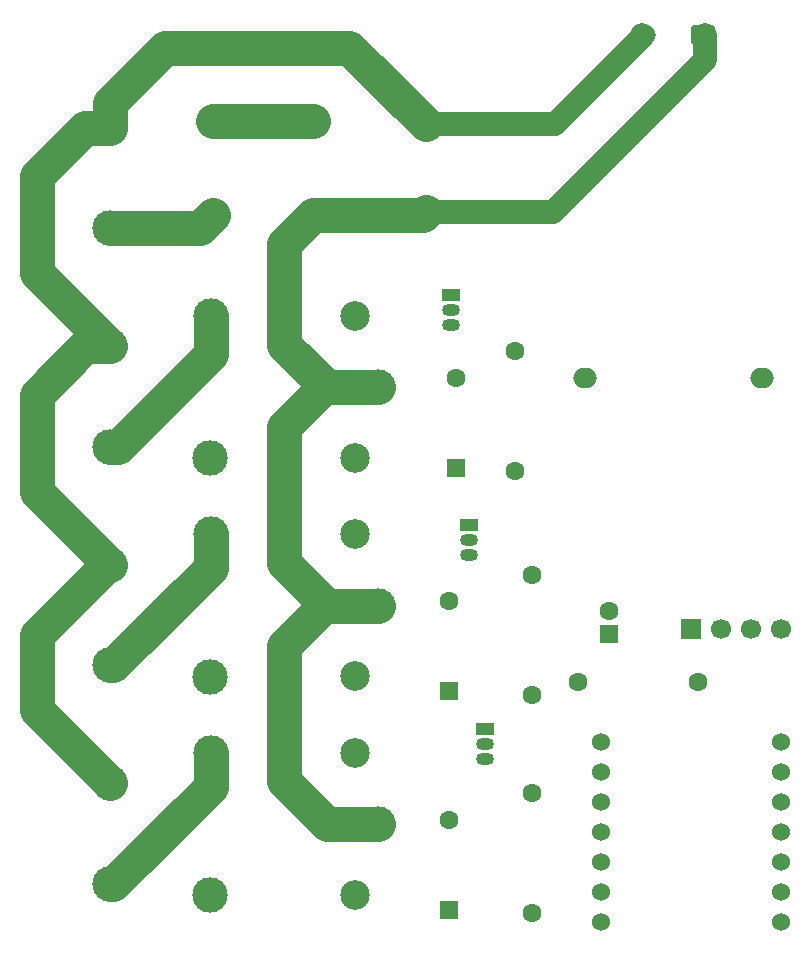
<source format=gbr>
%TF.GenerationSoftware,KiCad,Pcbnew,9.0.5*%
%TF.CreationDate,2025-10-13T17:13:28+02:00*%
%TF.ProjectId,power-sequencer-pcb,706f7765-722d-4736-9571-75656e636572,A*%
%TF.SameCoordinates,Original*%
%TF.FileFunction,Copper,L4,Bot*%
%TF.FilePolarity,Positive*%
%FSLAX46Y46*%
G04 Gerber Fmt 4.6, Leading zero omitted, Abs format (unit mm)*
G04 Created by KiCad (PCBNEW 9.0.5) date 2025-10-13 17:13:28*
%MOMM*%
%LPD*%
G01*
G04 APERTURE LIST*
G04 Aperture macros list*
%AMRoundRect*
0 Rectangle with rounded corners*
0 $1 Rounding radius*
0 $2 $3 $4 $5 $6 $7 $8 $9 X,Y pos of 4 corners*
0 Add a 4 corners polygon primitive as box body*
4,1,4,$2,$3,$4,$5,$6,$7,$8,$9,$2,$3,0*
0 Add four circle primitives for the rounded corners*
1,1,$1+$1,$2,$3*
1,1,$1+$1,$4,$5*
1,1,$1+$1,$6,$7*
1,1,$1+$1,$8,$9*
0 Add four rect primitives between the rounded corners*
20,1,$1+$1,$2,$3,$4,$5,0*
20,1,$1+$1,$4,$5,$6,$7,0*
20,1,$1+$1,$6,$7,$8,$9,0*
20,1,$1+$1,$8,$9,$2,$3,0*%
G04 Aperture macros list end*
%TA.AperFunction,ComponentPad*%
%ADD10C,3.000000*%
%TD*%
%TA.AperFunction,ComponentPad*%
%ADD11C,1.600000*%
%TD*%
%TA.AperFunction,ComponentPad*%
%ADD12RoundRect,0.250000X0.550000X-0.550000X0.550000X0.550000X-0.550000X0.550000X-0.550000X-0.550000X0*%
%TD*%
%TA.AperFunction,ComponentPad*%
%ADD13O,1.500000X1.050000*%
%TD*%
%TA.AperFunction,ComponentPad*%
%ADD14R,1.500000X1.050000*%
%TD*%
%TA.AperFunction,ComponentPad*%
%ADD15C,2.500000*%
%TD*%
%TA.AperFunction,ComponentPad*%
%ADD16R,1.800000X1.800000*%
%TD*%
%TA.AperFunction,ComponentPad*%
%ADD17O,2.000000X2.000000*%
%TD*%
%TA.AperFunction,ComponentPad*%
%ADD18C,1.524000*%
%TD*%
%TA.AperFunction,ComponentPad*%
%ADD19R,1.700000X1.700000*%
%TD*%
%TA.AperFunction,ComponentPad*%
%ADD20C,1.700000*%
%TD*%
%TA.AperFunction,ComponentPad*%
%ADD21RoundRect,0.250000X-0.750000X0.600000X-0.750000X-0.600000X0.750000X-0.600000X0.750000X0.600000X0*%
%TD*%
%TA.AperFunction,ComponentPad*%
%ADD22O,2.000000X1.700000*%
%TD*%
%TA.AperFunction,ComponentPad*%
%ADD23R,1.600000X1.600000*%
%TD*%
%TA.AperFunction,ComponentPad*%
%ADD24O,1.800000X1.800000*%
%TD*%
%TA.AperFunction,Conductor*%
%ADD25C,2.000000*%
%TD*%
%TA.AperFunction,Conductor*%
%ADD26C,3.000000*%
%TD*%
G04 APERTURE END LIST*
D10*
%TO.P,J1,1,Pin_1*%
%TO.N,Net-(J1-Pin_1)*%
X86307500Y-78095000D03*
%TO.P,J1,2,Pin_2*%
%TO.N,AC_N*%
X86307500Y-69595000D03*
%TD*%
%TO.P,J2,1,Pin_1*%
%TO.N,Net-(J2-Pin_1)*%
X86307500Y-96595000D03*
%TO.P,J2,2,Pin_2*%
%TO.N,AC_N*%
X86307500Y-88095000D03*
%TD*%
%TO.P,J4,1,Pin_1*%
%TO.N,Net-(J4-Pin_1)*%
X86307500Y-133595000D03*
%TO.P,J4,2,Pin_2*%
%TO.N,AC_N*%
X86307500Y-125095000D03*
%TD*%
%TO.P,J3,1,Pin_1*%
%TO.N,Net-(J3-Pin_1)*%
X86307500Y-115095000D03*
%TO.P,J3,2,Pin_2*%
%TO.N,AC_N*%
X86307500Y-106595000D03*
%TD*%
D11*
%TO.P,R2,2*%
%TO.N,Net-(U1-GPIO2{slash}SCK)*%
X120595000Y-98675000D03*
%TO.P,R2,1*%
%TO.N,Net-(Q1-B)*%
X120595000Y-88515000D03*
%TD*%
%TO.P,D1,2,A*%
%TO.N,Net-(D1-A)*%
X115595000Y-90785000D03*
D12*
%TO.P,D1,1,K*%
%TO.N,+5V*%
X115595000Y-98405000D03*
%TD*%
D13*
%TO.P,Q1,3,C*%
%TO.N,Net-(D1-A)*%
X115140000Y-86270000D03*
%TO.P,Q1,2,B*%
%TO.N,Net-(Q1-B)*%
X115140000Y-85000000D03*
D14*
%TO.P,Q1,1,E*%
%TO.N,DC_GND*%
X115140000Y-83730000D03*
%TD*%
D11*
%TO.P,R3,1*%
%TO.N,Net-(Q2-B)*%
X122000000Y-107420000D03*
%TO.P,R3,2*%
%TO.N,Net-(U1-GPIO4{slash}MISO)*%
X122000000Y-117580000D03*
%TD*%
D12*
%TO.P,D3,1,K*%
%TO.N,+5V*%
X115000000Y-135810000D03*
D11*
%TO.P,D3,2,A*%
%TO.N,Net-(D3-A)*%
X115000000Y-128190000D03*
%TD*%
D10*
%TO.P,K2,1*%
%TO.N,AC_L*%
X108950000Y-110050000D03*
D15*
%TO.P,K2,2*%
%TO.N,Net-(D2-A)*%
X107000000Y-104000000D03*
D10*
%TO.P,K2,3*%
%TO.N,Net-(J3-Pin_1)*%
X94800000Y-104000000D03*
%TO.P,K2,4*%
%TO.N,unconnected-(K2-Pad4)*%
X94750000Y-116050000D03*
D15*
%TO.P,K2,5*%
%TO.N,+5V*%
X107000000Y-116000000D03*
%TD*%
D16*
%TO.P,RV1,1*%
%TO.N,AC_L*%
X113000000Y-76750000D03*
D17*
%TO.P,RV1,2*%
%TO.N,AC_N*%
X113000000Y-69250000D03*
%TD*%
D12*
%TO.P,C1,1*%
%TO.N,+5V*%
X128500000Y-112455113D03*
D11*
%TO.P,C1,2*%
%TO.N,DC_GND*%
X128500000Y-110455113D03*
%TD*%
D18*
%TO.P,U1,1,GPIO26/ADC0/A0*%
%TO.N,unconnected-(U1-GPIO26{slash}ADC0{slash}A0-Pad1)*%
X143120000Y-136851500D03*
%TO.P,U1,2,GPIO27/ADC1/A1*%
%TO.N,unconnected-(U1-GPIO27{slash}ADC1{slash}A1-Pad2)*%
X143120000Y-134311500D03*
%TO.P,U1,3,GPIO28/ADC2/A2*%
%TO.N,unconnected-(U1-GPIO28{slash}ADC2{slash}A2-Pad3)*%
X143120000Y-131771500D03*
%TO.P,U1,4,GPIO29/ADC3/A3*%
%TO.N,unconnected-(U1-GPIO29{slash}ADC3{slash}A3-Pad4)*%
X143120000Y-129231500D03*
%TO.P,U1,5,GPIO6/SDA*%
%TO.N,unconnected-(U1-GPIO6{slash}SDA-Pad5)*%
X143120000Y-126691500D03*
%TO.P,U1,6,GPIO7/SCL*%
%TO.N,BUTTON*%
X143120000Y-124151500D03*
%TO.P,U1,7,GPIO0/TX*%
%TO.N,LED*%
X143120000Y-121611500D03*
%TO.P,U1,8,GPIO1/RX*%
%TO.N,unconnected-(U1-GPIO1{slash}RX-Pad8)*%
X127880000Y-121611500D03*
%TO.P,U1,9,GPIO2/SCK*%
%TO.N,Net-(U1-GPIO2{slash}SCK)*%
X127880000Y-124151500D03*
%TO.P,U1,10,GPIO4/MISO*%
%TO.N,Net-(U1-GPIO4{slash}MISO)*%
X127880000Y-126691500D03*
%TO.P,U1,11,GPIO3/MOSI*%
%TO.N,Net-(U1-GPIO3{slash}MOSI)*%
X127880000Y-129231500D03*
%TO.P,U1,12,3V3*%
%TO.N,+3V3*%
X127880000Y-131771500D03*
%TO.P,U1,13,GND*%
%TO.N,DC_GND*%
X127880000Y-134311500D03*
%TO.P,U1,14,VBUS*%
%TO.N,+5V*%
X127880000Y-136851500D03*
%TD*%
D12*
%TO.P,D2,1,K*%
%TO.N,+5V*%
X115000000Y-117310000D03*
D11*
%TO.P,D2,2,A*%
%TO.N,Net-(D2-A)*%
X115000000Y-109690000D03*
%TD*%
D10*
%TO.P,K3,1*%
%TO.N,AC_L*%
X108950000Y-128550000D03*
D15*
%TO.P,K3,2*%
%TO.N,Net-(D3-A)*%
X107000000Y-122500000D03*
D10*
%TO.P,K3,3*%
%TO.N,Net-(J4-Pin_1)*%
X94800000Y-122500000D03*
%TO.P,K3,4*%
%TO.N,unconnected-(K3-Pad4)*%
X94750000Y-134550000D03*
D15*
%TO.P,K3,5*%
%TO.N,+5V*%
X107000000Y-134500000D03*
%TD*%
D11*
%TO.P,R4,1*%
%TO.N,Net-(Q3-B)*%
X122000000Y-125920000D03*
%TO.P,R4,2*%
%TO.N,Net-(U1-GPIO3{slash}MOSI)*%
X122000000Y-136080000D03*
%TD*%
D10*
%TO.P,K1,1*%
%TO.N,AC_L*%
X108950000Y-91550000D03*
D15*
%TO.P,K1,2*%
%TO.N,Net-(D1-A)*%
X107000000Y-85500000D03*
D10*
%TO.P,K1,3*%
%TO.N,Net-(J2-Pin_1)*%
X94800000Y-85500000D03*
%TO.P,K1,4*%
%TO.N,unconnected-(K1-Pad4)*%
X94750000Y-97550000D03*
D15*
%TO.P,K1,5*%
%TO.N,+5V*%
X107000000Y-97500000D03*
%TD*%
D14*
%TO.P,Q3,1,E*%
%TO.N,DC_GND*%
X118000000Y-120500000D03*
D13*
%TO.P,Q3,2,B*%
%TO.N,Net-(Q3-B)*%
X118000000Y-121770000D03*
%TO.P,Q3,3,C*%
%TO.N,Net-(D3-A)*%
X118000000Y-123040000D03*
%TD*%
D19*
%TO.P,SW1,1,1*%
%TO.N,DC_GND*%
X135500000Y-112000000D03*
D20*
%TO.P,SW1,2,2*%
%TO.N,BUTTON*%
X138040000Y-112000000D03*
%TO.P,SW1,3,K*%
%TO.N,DC_GND*%
X140580000Y-112000000D03*
%TO.P,SW1,4,A*%
%TO.N,LED*%
X143120000Y-112000000D03*
%TD*%
D21*
%TO.P,PS1,1,AC/L*%
%TO.N,AC_L*%
X136500000Y-61712500D03*
D22*
%TO.P,PS1,2,AC/N*%
%TO.N,AC_N*%
X131500000Y-61712500D03*
%TO.P,PS1,3,-Vout*%
%TO.N,DC_GND*%
X141500000Y-90792500D03*
%TO.P,PS1,4,+Vout*%
%TO.N,+5V*%
X126500000Y-90792500D03*
%TD*%
D11*
%TO.P,R1,1*%
%TO.N,BUTTON*%
X136080000Y-116500000D03*
%TO.P,R1,2*%
%TO.N,+3V3*%
X125920000Y-116500000D03*
%TD*%
D23*
%TO.P,F1,1*%
%TO.N,Net-(J1-Pin_1)*%
X95000000Y-77000000D03*
D24*
%TO.P,F1,2*%
%TO.N,Net-(SW2-A)*%
X95000000Y-69000000D03*
%TD*%
D14*
%TO.P,Q2,1,E*%
%TO.N,DC_GND*%
X116640000Y-103230000D03*
D13*
%TO.P,Q2,2,B*%
%TO.N,Net-(Q2-B)*%
X116640000Y-104500000D03*
%TO.P,Q2,3,C*%
%TO.N,Net-(D2-A)*%
X116640000Y-105770000D03*
%TD*%
D23*
%TO.P,SW2,1,A*%
%TO.N,Net-(SW2-A)*%
X103500000Y-69000000D03*
D24*
%TO.P,SW2,2,B*%
%TO.N,AC_L*%
X103500000Y-77000000D03*
%TD*%
D25*
%TO.N,AC_L*%
X113000000Y-76750000D02*
X123817824Y-76750000D01*
X123817824Y-76750000D02*
X136701000Y-63866824D01*
X136701000Y-63866824D02*
X136701000Y-61712500D01*
%TO.N,AC_N*%
X113000000Y-69250000D02*
X123962500Y-69250000D01*
X123962500Y-69250000D02*
X131299000Y-61913500D01*
X131299000Y-61913500D02*
X131299000Y-61712500D01*
D26*
X86307500Y-69595000D02*
X86307500Y-67473680D01*
X86307500Y-67473680D02*
X90982180Y-62799000D01*
X90982180Y-62799000D02*
X106549000Y-62799000D01*
X106549000Y-62799000D02*
X113000000Y-69250000D01*
%TO.N,Net-(SW2-A)*%
X95000000Y-69000000D02*
X103500000Y-69000000D01*
%TO.N,Net-(J1-Pin_1)*%
X86307500Y-78095000D02*
X93905000Y-78095000D01*
X93905000Y-78095000D02*
X95000000Y-77000000D01*
%TO.N,AC_L*%
X103500000Y-77000000D02*
X112750000Y-77000000D01*
X112750000Y-77000000D02*
X113000000Y-76750000D01*
X103500000Y-77000000D02*
X101049000Y-79451000D01*
X101049000Y-79451000D02*
X101049000Y-87964985D01*
X101049000Y-87964985D02*
X104634015Y-91550000D01*
X104634015Y-91550000D02*
X108950000Y-91550000D01*
X108950000Y-110050000D02*
X104382461Y-110050000D01*
X104382461Y-110050000D02*
X101000000Y-113432461D01*
X101000000Y-113432461D02*
X101000000Y-124915985D01*
X101000000Y-124915985D02*
X104634015Y-128550000D01*
X104634015Y-128550000D02*
X108950000Y-128550000D01*
X108950000Y-91550000D02*
X104382461Y-91550000D01*
X104382461Y-91550000D02*
X101000000Y-94932461D01*
X101000000Y-94932461D02*
X101000000Y-106415985D01*
X101000000Y-106415985D02*
X104634015Y-110050000D01*
X104634015Y-110050000D02*
X108950000Y-110050000D01*
%TO.N,Net-(J2-Pin_1)*%
X94800000Y-85500000D02*
X94800000Y-88730461D01*
X94800000Y-88730461D02*
X86935461Y-96595000D01*
X86935461Y-96595000D02*
X86307500Y-96595000D01*
%TO.N,Net-(J4-Pin_1)*%
X94800000Y-122500000D02*
X94800000Y-125372038D01*
X94800000Y-125372038D02*
X86577038Y-133595000D01*
X86577038Y-133595000D02*
X86307500Y-133595000D01*
%TO.N,Net-(J3-Pin_1)*%
X94800000Y-104000000D02*
X94800000Y-106872038D01*
X94800000Y-106872038D02*
X86577038Y-115095000D01*
X86577038Y-115095000D02*
X86307500Y-115095000D01*
%TO.N,AC_N*%
X86307500Y-106595000D02*
X86037961Y-106595000D01*
X86037961Y-106595000D02*
X80106500Y-112526461D01*
X80106500Y-112526461D02*
X80106500Y-118894000D01*
X80106500Y-118894000D02*
X86307500Y-125095000D01*
X86307500Y-88095000D02*
X84186180Y-88095000D01*
X84186180Y-88095000D02*
X80106500Y-92174680D01*
X80106500Y-92174680D02*
X80106500Y-100394000D01*
X80106500Y-100394000D02*
X86307500Y-106595000D01*
X86307500Y-69595000D02*
X84186180Y-69595000D01*
X84186180Y-69595000D02*
X80106500Y-73674680D01*
X80106500Y-73674680D02*
X80106500Y-81894000D01*
X80106500Y-81894000D02*
X86307500Y-88095000D01*
%TD*%
M02*

</source>
